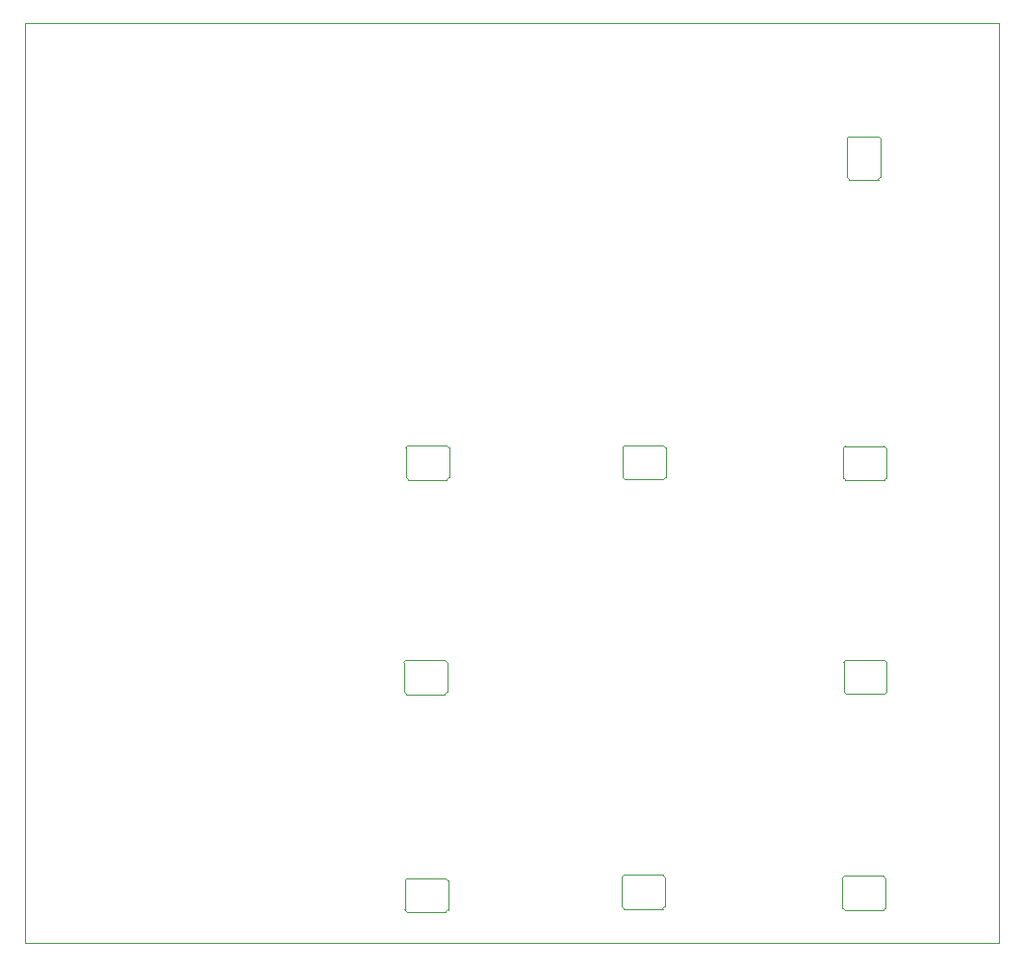
<source format=gbr>
%TF.GenerationSoftware,KiCad,Pcbnew,9.0.2*%
%TF.CreationDate,2025-07-10T19:44:48-04:00*%
%TF.ProjectId,AAPad_pcb,41415061-645f-4706-9362-2e6b69636164,rev?*%
%TF.SameCoordinates,Original*%
%TF.FileFunction,Profile,NP*%
%FSLAX46Y46*%
G04 Gerber Fmt 4.6, Leading zero omitted, Abs format (unit mm)*
G04 Created by KiCad (PCBNEW 9.0.2) date 2025-07-10 19:44:48*
%MOMM*%
%LPD*%
G01*
G04 APERTURE LIST*
%TA.AperFunction,Profile*%
%ADD10C,0.050000*%
%TD*%
%TA.AperFunction,Profile*%
%ADD11C,0.120000*%
%TD*%
G04 APERTURE END LIST*
D10*
X57150000Y-35718750D02*
X142875000Y-35718750D01*
X142875000Y-116681250D01*
X57150000Y-116681250D01*
X57150000Y-35718750D01*
D11*
%TO.C,D12*%
X109736200Y-73115100D02*
X109736200Y-75715100D01*
X109936200Y-75915100D02*
X113336200Y-75915100D01*
X113336200Y-72915100D02*
X109936200Y-72915100D01*
X113536200Y-75715100D02*
X113536200Y-73115100D01*
X109736200Y-73115100D02*
G75*
G02*
X109936200Y-72915100I200000J0D01*
G01*
X109936200Y-75915100D02*
G75*
G02*
X109736200Y-75715100I0J200000D01*
G01*
X113336200Y-72915100D02*
G75*
G02*
X113536200Y-73115100I-1J-200001D01*
G01*
X113536200Y-75715100D02*
G75*
G02*
X113336200Y-75915100I-200001J1D01*
G01*
%TO.C,D10*%
X129468800Y-45925000D02*
X129468800Y-49325000D01*
X129668800Y-49525000D02*
X132268800Y-49525000D01*
X132268800Y-45725000D02*
X129668800Y-45725000D01*
X132468800Y-49325000D02*
X132468800Y-45925000D01*
X129468800Y-45925000D02*
G75*
G02*
X129668800Y-45725000I200000J0D01*
G01*
X129668800Y-49525000D02*
G75*
G02*
X129468800Y-49325000I1J200001D01*
G01*
X132268800Y-45725000D02*
G75*
G02*
X132468800Y-45925000I0J-200000D01*
G01*
X132468800Y-49325000D02*
G75*
G02*
X132268800Y-49525000I-200001J1D01*
G01*
%TO.C,D14*%
X129197900Y-92007700D02*
X129197900Y-94607700D01*
X129397900Y-94807700D02*
X132797900Y-94807700D01*
X132797900Y-91807700D02*
X129397900Y-91807700D01*
X132997900Y-94607700D02*
X132997900Y-92007700D01*
X129197900Y-92007700D02*
G75*
G02*
X129397900Y-91807700I200000J0D01*
G01*
X129397900Y-94807700D02*
G75*
G02*
X129197900Y-94607700I0J200000D01*
G01*
X132797900Y-91807700D02*
G75*
G02*
X132997900Y-92007700I-1J-200001D01*
G01*
X132997900Y-94607700D02*
G75*
G02*
X132797900Y-94807700I-200001J1D01*
G01*
%TO.C,D15*%
X90529800Y-92020900D02*
X90529800Y-94620900D01*
X90729800Y-94820900D02*
X94129800Y-94820900D01*
X94129800Y-91820900D02*
X90729800Y-91820900D01*
X94329800Y-94620900D02*
X94329800Y-92020900D01*
X90529800Y-92020900D02*
G75*
G02*
X90729800Y-91820900I200000J0D01*
G01*
X90729800Y-94820900D02*
G75*
G02*
X90529800Y-94620900I0J200000D01*
G01*
X94129800Y-91820900D02*
G75*
G02*
X94329800Y-92020900I-1J-200001D01*
G01*
X94329800Y-94620900D02*
G75*
G02*
X94129800Y-94820900I-200001J1D01*
G01*
%TO.C,D13*%
X90684000Y-73137400D02*
X90684000Y-75737400D01*
X90884000Y-75937400D02*
X94284000Y-75937400D01*
X94284000Y-72937400D02*
X90884000Y-72937400D01*
X94484000Y-75737400D02*
X94484000Y-73137400D01*
X90684000Y-73137400D02*
G75*
G02*
X90884000Y-72937400I200000J0D01*
G01*
X90884000Y-75937400D02*
G75*
G02*
X90684000Y-75737400I0J200000D01*
G01*
X94284000Y-72937400D02*
G75*
G02*
X94484000Y-73137400I-1J-200001D01*
G01*
X94484000Y-75737400D02*
G75*
G02*
X94284000Y-75937400I-200001J1D01*
G01*
%TO.C,D17*%
X109675300Y-110906400D02*
X109675300Y-113506400D01*
X109875300Y-113706400D02*
X113275300Y-113706400D01*
X113275300Y-110706400D02*
X109875300Y-110706400D01*
X113475300Y-113506400D02*
X113475300Y-110906400D01*
X109675300Y-110906400D02*
G75*
G02*
X109875300Y-110706400I200000J0D01*
G01*
X109875300Y-113706400D02*
G75*
G02*
X109675300Y-113506400I0J200000D01*
G01*
X113275300Y-110706400D02*
G75*
G02*
X113475300Y-110906400I-1J-200001D01*
G01*
X113475300Y-113506400D02*
G75*
G02*
X113275300Y-113706400I-200001J1D01*
G01*
%TO.C,D16*%
X129090300Y-111010500D02*
X129090300Y-113610500D01*
X129290300Y-113810500D02*
X132690300Y-113810500D01*
X132690300Y-110810500D02*
X129290300Y-110810500D01*
X132890300Y-113610500D02*
X132890300Y-111010500D01*
X129090300Y-111010500D02*
G75*
G02*
X129290300Y-110810500I200000J0D01*
G01*
X129290300Y-113810500D02*
G75*
G02*
X129090300Y-113610500I0J200000D01*
G01*
X132690300Y-110810500D02*
G75*
G02*
X132890300Y-111010500I-1J-200001D01*
G01*
X132890300Y-113610500D02*
G75*
G02*
X132690300Y-113810500I-200001J1D01*
G01*
%TO.C,D18*%
X90594300Y-111204300D02*
X90594300Y-113804300D01*
X90794300Y-114004300D02*
X94194300Y-114004300D01*
X94194300Y-111004300D02*
X90794300Y-111004300D01*
X94394300Y-113804300D02*
X94394300Y-111204300D01*
X90594300Y-111204300D02*
G75*
G02*
X90794300Y-111004300I200000J0D01*
G01*
X90794300Y-114004300D02*
G75*
G02*
X90594300Y-113804300I0J200000D01*
G01*
X94194300Y-111004300D02*
G75*
G02*
X94394300Y-111204300I-1J-200001D01*
G01*
X94394300Y-113804300D02*
G75*
G02*
X94194300Y-114004300I-200001J1D01*
G01*
%TO.C,D11*%
X129159100Y-73173900D02*
X129159100Y-75773900D01*
X129359100Y-75973900D02*
X132759100Y-75973900D01*
X132759100Y-72973900D02*
X129359100Y-72973900D01*
X132959100Y-75773900D02*
X132959100Y-73173900D01*
X129159100Y-73173900D02*
G75*
G02*
X129359100Y-72973900I200000J0D01*
G01*
X129359100Y-75973900D02*
G75*
G02*
X129159100Y-75773900I0J200000D01*
G01*
X132759100Y-72973900D02*
G75*
G02*
X132959100Y-73173900I-1J-200001D01*
G01*
X132959100Y-75773900D02*
G75*
G02*
X132759100Y-75973900I-200001J1D01*
G01*
%TD*%
M02*

</source>
